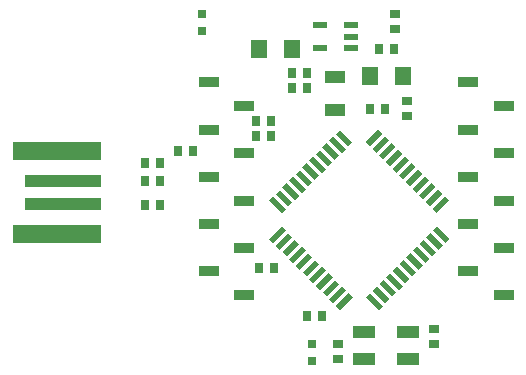
<source format=gtp>
G75*
G70*
%OFA0B0*%
%FSLAX24Y24*%
%IPPOS*%
%LPD*%
%AMOC8*
5,1,8,0,0,1.08239X$1,22.5*
%
%ADD10R,0.0276X0.0354*%
%ADD11R,0.0551X0.0630*%
%ADD12R,0.0354X0.0276*%
%ADD13R,0.0315X0.0315*%
%ADD14R,0.0591X0.0197*%
%ADD15R,0.0197X0.0591*%
%ADD16R,0.0748X0.0433*%
%ADD17R,0.0709X0.0394*%
%ADD18R,0.0472X0.0217*%
%ADD19R,0.2953X0.0591*%
%ADD20R,0.2559X0.0394*%
%ADD21R,0.0669X0.0335*%
D10*
X008744Y004301D03*
X009256Y004301D03*
X010344Y002701D03*
X010856Y002701D03*
X005456Y006401D03*
X004944Y006401D03*
X004944Y007201D03*
X005456Y007201D03*
X005456Y007801D03*
X004944Y007801D03*
X006044Y008201D03*
X006556Y008201D03*
X008644Y008701D03*
X009156Y008701D03*
X009156Y009201D03*
X008644Y009201D03*
X009844Y010301D03*
X010356Y010301D03*
X010356Y010801D03*
X009844Y010801D03*
X012444Y009601D03*
X012956Y009601D03*
X012744Y011601D03*
X013256Y011601D03*
D11*
X013551Y010701D03*
X012449Y010701D03*
X009851Y011601D03*
X008749Y011601D03*
D12*
X013300Y012245D03*
X013300Y012757D03*
X013700Y009857D03*
X013700Y009345D03*
X014600Y002257D03*
X014600Y001745D03*
X011400Y001757D03*
X011400Y001245D03*
D13*
X010532Y001177D03*
X010532Y001768D03*
X006864Y012173D03*
X006864Y012764D03*
D14*
G36*
X011733Y008351D02*
X011316Y008766D01*
X011455Y008905D01*
X011872Y008490D01*
X011733Y008351D01*
G37*
G36*
X011511Y008128D02*
X011094Y008543D01*
X011233Y008682D01*
X011650Y008267D01*
X011511Y008128D01*
G37*
G36*
X011288Y007905D02*
X010871Y008320D01*
X011010Y008459D01*
X011427Y008044D01*
X011288Y007905D01*
G37*
G36*
X011066Y007682D02*
X010649Y008097D01*
X010788Y008236D01*
X011205Y007821D01*
X011066Y007682D01*
G37*
G36*
X010844Y007459D02*
X010427Y007874D01*
X010566Y008013D01*
X010983Y007598D01*
X010844Y007459D01*
G37*
G36*
X010622Y007235D02*
X010205Y007650D01*
X010344Y007789D01*
X010761Y007374D01*
X010622Y007235D01*
G37*
G36*
X010399Y007012D02*
X009982Y007427D01*
X010121Y007566D01*
X010538Y007151D01*
X010399Y007012D01*
G37*
G36*
X010177Y006789D02*
X009760Y007204D01*
X009899Y007343D01*
X010316Y006928D01*
X010177Y006789D01*
G37*
G36*
X009955Y006566D02*
X009538Y006981D01*
X009677Y007120D01*
X010094Y006705D01*
X009955Y006566D01*
G37*
G36*
X009732Y006343D02*
X009315Y006758D01*
X009454Y006897D01*
X009871Y006482D01*
X009732Y006343D01*
G37*
G36*
X009510Y006120D02*
X009093Y006535D01*
X009232Y006674D01*
X009649Y006259D01*
X009510Y006120D01*
G37*
G36*
X013190Y003342D02*
X012773Y003757D01*
X012912Y003896D01*
X013329Y003481D01*
X013190Y003342D01*
G37*
G36*
X012967Y003119D02*
X012550Y003534D01*
X012689Y003673D01*
X013106Y003258D01*
X012967Y003119D01*
G37*
G36*
X012745Y002896D02*
X012328Y003311D01*
X012467Y003450D01*
X012884Y003035D01*
X012745Y002896D01*
G37*
G36*
X013412Y003566D02*
X012995Y003981D01*
X013134Y004120D01*
X013551Y003705D01*
X013412Y003566D01*
G37*
G36*
X013634Y003789D02*
X013217Y004204D01*
X013356Y004343D01*
X013773Y003928D01*
X013634Y003789D01*
G37*
G36*
X013856Y004012D02*
X013439Y004427D01*
X013578Y004566D01*
X013995Y004151D01*
X013856Y004012D01*
G37*
G36*
X014079Y004235D02*
X013662Y004650D01*
X013801Y004789D01*
X014218Y004374D01*
X014079Y004235D01*
G37*
G36*
X014301Y004458D02*
X013884Y004873D01*
X014023Y005012D01*
X014440Y004597D01*
X014301Y004458D01*
G37*
G36*
X014523Y004681D02*
X014106Y005096D01*
X014245Y005235D01*
X014662Y004820D01*
X014523Y004681D01*
G37*
G36*
X014746Y004904D02*
X014329Y005319D01*
X014468Y005458D01*
X014885Y005043D01*
X014746Y004904D01*
G37*
G36*
X014968Y005127D02*
X014551Y005542D01*
X014690Y005681D01*
X015107Y005266D01*
X014968Y005127D01*
G37*
D15*
G36*
X014689Y006128D02*
X014550Y006267D01*
X014965Y006684D01*
X015104Y006545D01*
X014689Y006128D01*
G37*
G36*
X014466Y006351D02*
X014327Y006490D01*
X014742Y006907D01*
X014881Y006768D01*
X014466Y006351D01*
G37*
G36*
X014243Y006573D02*
X014104Y006712D01*
X014519Y007129D01*
X014658Y006990D01*
X014243Y006573D01*
G37*
G36*
X014020Y006795D02*
X013881Y006934D01*
X014296Y007351D01*
X014435Y007212D01*
X014020Y006795D01*
G37*
G36*
X013797Y007018D02*
X013658Y007157D01*
X014073Y007574D01*
X014212Y007435D01*
X013797Y007018D01*
G37*
G36*
X013574Y007240D02*
X013435Y007379D01*
X013850Y007796D01*
X013989Y007657D01*
X013574Y007240D01*
G37*
G36*
X013351Y007462D02*
X013212Y007601D01*
X013627Y008018D01*
X013766Y007879D01*
X013351Y007462D01*
G37*
G36*
X013128Y007685D02*
X012989Y007824D01*
X013404Y008241D01*
X013543Y008102D01*
X013128Y007685D01*
G37*
G36*
X012905Y007907D02*
X012766Y008046D01*
X013181Y008463D01*
X013320Y008324D01*
X012905Y007907D01*
G37*
G36*
X012681Y008129D02*
X012542Y008268D01*
X012957Y008685D01*
X013096Y008546D01*
X012681Y008129D01*
G37*
G36*
X012458Y008352D02*
X012319Y008491D01*
X012734Y008908D01*
X012873Y008769D01*
X012458Y008352D01*
G37*
G36*
X009235Y005117D02*
X009096Y005256D01*
X009511Y005673D01*
X009650Y005534D01*
X009235Y005117D01*
G37*
G36*
X009458Y004894D02*
X009319Y005033D01*
X009734Y005450D01*
X009873Y005311D01*
X009458Y004894D01*
G37*
G36*
X009681Y004672D02*
X009542Y004811D01*
X009957Y005228D01*
X010096Y005089D01*
X009681Y004672D01*
G37*
G36*
X009904Y004450D02*
X009765Y004589D01*
X010180Y005006D01*
X010319Y004867D01*
X009904Y004450D01*
G37*
G36*
X010127Y004227D02*
X009988Y004366D01*
X010403Y004783D01*
X010542Y004644D01*
X010127Y004227D01*
G37*
G36*
X010350Y004005D02*
X010211Y004144D01*
X010626Y004561D01*
X010765Y004422D01*
X010350Y004005D01*
G37*
G36*
X010573Y003783D02*
X010434Y003922D01*
X010849Y004339D01*
X010988Y004200D01*
X010573Y003783D01*
G37*
G36*
X010796Y003561D02*
X010657Y003700D01*
X011072Y004117D01*
X011211Y003978D01*
X010796Y003561D01*
G37*
G36*
X011019Y003338D02*
X010880Y003477D01*
X011295Y003894D01*
X011434Y003755D01*
X011019Y003338D01*
G37*
G36*
X011243Y003116D02*
X011104Y003255D01*
X011519Y003672D01*
X011658Y003533D01*
X011243Y003116D01*
G37*
G36*
X011466Y002894D02*
X011327Y003033D01*
X011742Y003450D01*
X011881Y003311D01*
X011466Y002894D01*
G37*
D16*
X012272Y002153D03*
X012272Y001248D03*
X013728Y001248D03*
X013728Y002153D03*
D17*
X011300Y009549D03*
X011300Y010652D03*
D18*
X010788Y011627D03*
X011812Y011627D03*
X011812Y012001D03*
X011812Y012375D03*
X010788Y012375D03*
D19*
X002021Y008179D03*
X002021Y005423D03*
D20*
X002218Y006407D03*
X002218Y007194D03*
D21*
X007079Y004175D03*
X008260Y004963D03*
X007079Y005750D03*
X008260Y006538D03*
X007079Y007325D03*
X008260Y008112D03*
X007079Y008900D03*
X008260Y009687D03*
X007079Y010475D03*
X015740Y010475D03*
X016921Y009687D03*
X015740Y008900D03*
X016921Y008112D03*
X015740Y007325D03*
X016921Y006538D03*
X015740Y005750D03*
X016921Y004963D03*
X015740Y004175D03*
X016921Y003388D03*
X008260Y003388D03*
M02*

</source>
